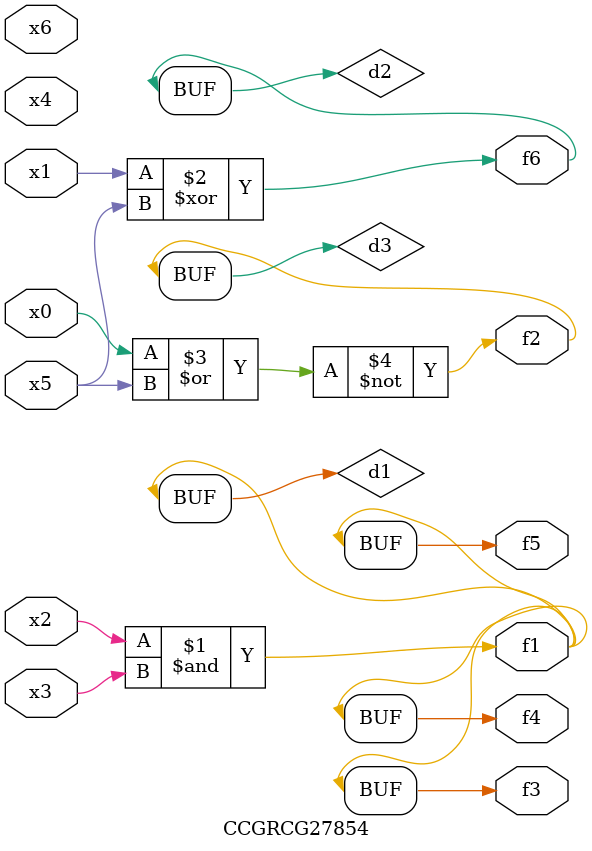
<source format=v>
module CCGRCG27854(
	input x0, x1, x2, x3, x4, x5, x6,
	output f1, f2, f3, f4, f5, f6
);

	wire d1, d2, d3;

	and (d1, x2, x3);
	xor (d2, x1, x5);
	nor (d3, x0, x5);
	assign f1 = d1;
	assign f2 = d3;
	assign f3 = d1;
	assign f4 = d1;
	assign f5 = d1;
	assign f6 = d2;
endmodule

</source>
